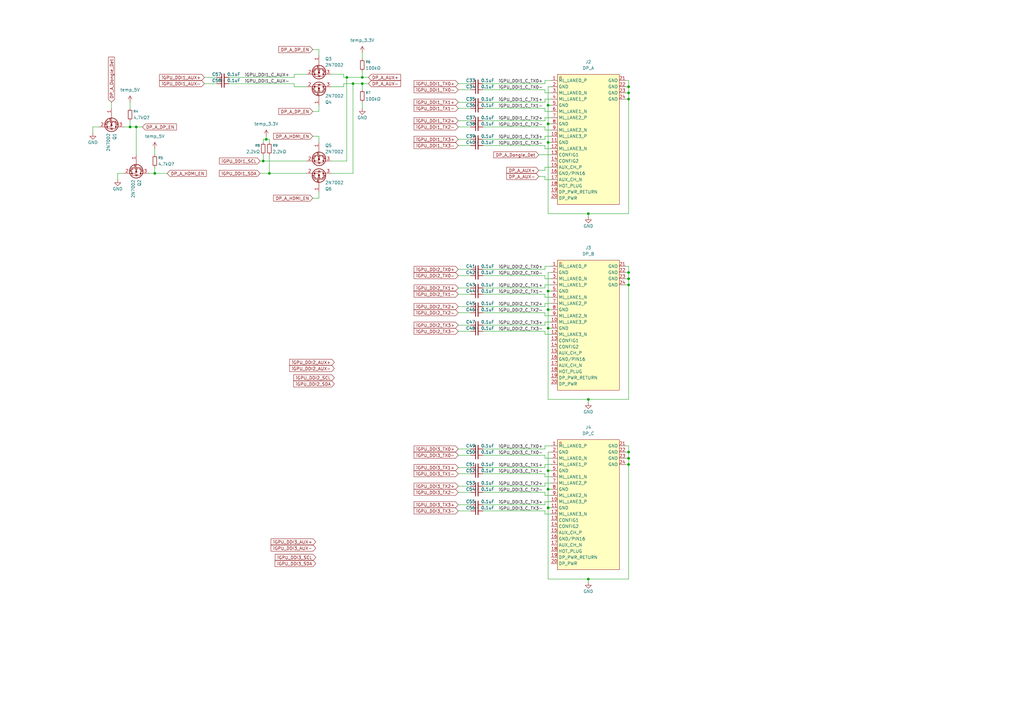
<source format=kicad_sch>
(kicad_sch (version 20250114) (generator "eeschema") (generator_version "9.0")
  (paper "A3")
  (title_block (title "iGPU DP/HDMI outputs") (company "WifiCable"))
  (lib_symbols
    (symbol "A-my-stuff:HYC16-DP20-178"
      (property "Reference" "CN1" (at 2.54 33.02 0))
      (property "Value" "HYC16-DP20-178" (at 2.54 30.48 0))
      (symbol "HYC16-DP20-178_0_1"
        (rectangle (start -10.16 27.94) (end 15.24 -25.4) (fill (type background)))
        (circle (center -8.89 26.67) (radius 0.38))
        (pin unspecified line (at -12.7 25.4 0) (length 2.54) (name "ML_LANE0_P") (number "1"))
        (pin unspecified line (at -12.7 22.86 0) (length 2.54) (name "GND") (number "2"))
        (pin unspecified line (at -12.7 20.32 0) (length 2.54) (name "ML_LANE0_N") (number "3"))
        (pin unspecified line (at -12.7 17.78 0) (length 2.54) (name "ML_LANE1_P") (number "4"))
        (pin unspecified line (at -12.7 15.24 0) (length 2.54) (name "GND") (number "5"))
        (pin unspecified line (at -12.7 12.7 0) (length 2.54) (name "ML_LANE1_N") (number "6"))
        (pin unspecified line (at -12.7 10.16 0) (length 2.54) (name "ML_LANE2_P") (number "7"))
        (pin unspecified line (at -12.7 7.62 0) (length 2.54) (name "GND") (number "8"))
        (pin unspecified line (at -12.7 5.08 0) (length 2.54) (name "ML_LANE2_N") (number "9"))
        (pin unspecified line (at -12.7 2.54 0) (length 2.54) (name "ML_LANE3_P") (number "10"))
        (pin unspecified line (at -12.7 0 0) (length 2.54) (name "GND") (number "11"))
        (pin unspecified line (at -12.7 -2.54 0) (length 2.54) (name "ML_LANE3_N") (number "12"))
        (pin unspecified line (at -12.7 -5.08 0) (length 2.54) (name "CONFIG1") (number "13"))
        (pin unspecified line (at -12.7 -7.62 0) (length 2.54) (name "CONFIG2") (number "14"))
        (pin unspecified line (at -12.7 -10.16 0) (length 2.54) (name "AUX_CH_P") (number "15"))
        (pin unspecified line (at -12.7 -12.7 0) (length 2.54) (name "GND/PIN16") (number "16"))
        (pin unspecified line (at -12.7 -15.24 0) (length 2.54) (name "AUX_CH_N") (number "17"))
        (pin unspecified line (at -12.7 -17.78 0) (length 2.54) (name "HOT_PLUG") (number "18"))
        (pin unspecified line (at -12.7 -20.32 0) (length 2.54) (name "DP_PWR_RETURN") (number "19"))
        (pin unspecified line (at -12.7 -22.86 0) (length 2.54) (name "DP_PWR") (number "20"))
        (pin unspecified line (at 17.78 25.4 180) (length 2.54) (name "GND") (number "21"))
        (pin unspecified line (at 17.78 22.86 180) (length 2.54) (name "GND") (number "22"))
        (pin unspecified line (at 17.78 20.32 180) (length 2.54) (name "GND") (number "23"))
        (pin unspecified line (at 17.78 17.78 180) (length 2.54) (name "GND") (number "24"))
      )
    )
    (symbol "Device:C_Small" (pin_numbers (hide yes)) (pin_names (offset 0.254) (hide yes))
      (property "Reference" "C" (at 0.254 1.778 0))
      (property "Value" "C_Small" (at 0.254 -2.032 0))
      (symbol "C_Small_0_1"
        (polyline (pts (xy -1.524 0.508) (xy 1.524 0.508)) (stroke (width 0.3048)))
        (polyline (pts (xy -1.524 -0.508) (xy 1.524 -0.508)) (stroke (width 0.3302)))
      )
      (symbol "C_Small_1_1"
        (pin passive line (at 0 2.54 270) (length 2.032) (name "~") (number "1"))
        (pin passive line (at 0 -2.54 90) (length 2.032) (name "~") (number "2"))
      )
    )
    (symbol "Device:R_Small" (pin_numbers (hide yes)) (pin_names (offset 0.254) (hide yes))
      (property "Reference" "R" (at 0 0 90))
      (property "Value" "R_Small" (at 1.778 0 90))
      (symbol "R_Small_0_1"
        (rectangle (start -0.762 1.778) (end 0.762 -1.778) (stroke (width 0.2032)))
      )
      (symbol "R_Small_1_1"
        (pin passive line (at 0 2.54 270) (length 0.762) (name "~") (number "1"))
        (pin passive line (at 0 -2.54 90) (length 0.762) (name "~") (number "2"))
      )
    )
    (symbol "Transistor_FET:2N7002" (pin_names (hide yes))
      (property "Reference" "Q1" (at 6.35 1.2701 0))
      (property "Value" "2N7002" (at 6.35 -1.2699 0))
      (symbol "2N7002_0_1"
        (polyline (pts (xy 0.254 1.905) (xy 0.254 -1.905)) (stroke (width 0.254)))
        (polyline (pts (xy 0.254 0) (xy -2.54 0)))
        (polyline (pts (xy 0.762 2.286) (xy 0.762 1.27)) (stroke (width 0.254)))
        (polyline (pts (xy 0.762 0.508) (xy 0.762 -0.508)) (stroke (width 0.254)))
        (polyline (pts (xy 0.762 -1.27) (xy 0.762 -2.286)) (stroke (width 0.254)))
        (polyline (pts (xy 0.762 -1.778) (xy 3.302 -1.778) (xy 3.302 1.778) (xy 0.762 1.778)))
        (polyline (pts (xy 1.016 0) (xy 2.032 0.381) (xy 2.032 -0.381) (xy 1.016 0)) (fill (type outline)))
        (circle (center 1.651 0) (radius 2.794) (stroke (width 0.254)))
        (polyline (pts (xy 2.54 2.54) (xy 2.54 1.778)))
        (circle (center 2.54 1.778) (radius 0.254) (fill (type outline)))
        (circle (center 2.54 -1.778) (radius 0.254) (fill (type outline)))
        (polyline (pts (xy 2.54 -2.54) (xy 2.54 0) (xy 0.762 0)))
        (polyline (pts (xy 2.794 0.508) (xy 2.921 0.381) (xy 3.683 0.381) (xy 3.81 0.254)))
        (polyline (pts (xy 3.302 0.381) (xy 2.921 -0.254) (xy 3.683 -0.254) (xy 3.302 0.381)))
      )
      (symbol "2N7002_1_1"
        (text "G" (at -0.508 -0.508 900) (effects (font (size 0.635 0.635))))
        (text "D" (at 1.524 2.286 900) (effects (font (size 0.635 0.635))))
        (text "S" (at 1.524 -2.286 900) (effects (font (size 0.635 0.635))))
        (pin input line (at -5.08 0 0) (length 2.54) (name "G") (number "1"))
        (pin passive line (at 2.54 5.08 270) (length 2.54) (name "D") (number "3"))
        (pin passive line (at 2.54 -5.08 90) (length 2.54) (name "S") (number "2"))
      )
    )
    (symbol "power:+5V" (power) (pin_numbers (hide yes)) (pin_names (offset 0) (hide yes))
      (property "Value" "+5V" (at 0 3.556 0))
      (symbol "+5V_0_1"
        (polyline (pts (xy -0.762 1.27) (xy 0 2.54)))
        (polyline (pts (xy 0 2.54) (xy 0.762 1.27)))
        (polyline (pts (xy 0 0) (xy 0 2.54)))
      )
      (symbol "+5V_1_1"
        (pin power_in line (at 0 0 90) (length 0) (name "~") (number "1"))
      )
    )
    (symbol "power:GND" (power) (pin_numbers (hide yes)) (pin_names (offset 0) (hide yes))
      (property "Value" "GND" (at 0 -3.81 0))
      (symbol "GND_0_1"
        (polyline (pts (xy 0 0) (xy 0 -1.27) (xy 1.27 -1.27) (xy 0 -2.54) (xy -1.27 -1.27) (xy 0 -1.27)))
      )
      (symbol "GND_1_1"
        (pin power_in line (at 0 0 270) (length 0) (name "~") (number "1"))
      )
    )
  )
  (junction (at 144.78 34.29))
  (junction (at 257.81 114.3))
  (junction (at 109.22 57.15))
  (junction (at 257.81 111.76))
  (junction (at 241.3 237.49))
  (junction (at 257.81 38.1))
  (junction (at 224.79 200.66))
  (junction (at 224.79 208.28))
  (junction (at 257.81 35.56))
  (junction (at 224.79 50.8))
  (junction (at 257.81 185.42))
  (junction (at 241.3 87.63))
  (junction (at 224.79 134.62))
  (junction (at 224.79 127))
  (junction (at 148.59 34.29))
  (junction (at 257.81 187.96))
  (junction (at 257.81 190.5))
  (junction (at 224.79 193.04))
  (junction (at 107.95 66.04))
  (junction (at 257.81 40.64))
  (junction (at 148.59 31.75))
  (junction (at 224.79 119.38))
  (junction (at 53.34 52.07))
  (junction (at 63.5 71.12))
  (junction (at 110.49 71.12))
  (junction (at 224.79 58.42))
  (junction (at 257.81 116.84))
  (junction (at 55.88 52.07))
  (junction (at 241.3 163.83))
  (junction (at 142.24 31.75))
  (junction (at 224.79 43.18))
  (wire (pts (xy 187.96 133.35) (xy 193.04 133.35)))
  (wire (pts (xy 223.52 190.5) (xy 223.52 191.77)))
  (wire (pts (xy 55.88 52.07) (xy 58.42 52.07)))
  (wire (pts (xy 106.68 66.04) (xy 107.95 66.04)))
  (wire (pts (xy 198.12 49.53) (xy 223.52 49.53)))
  (wire (pts (xy 187.96 113.03) (xy 193.04 113.03)))
  (wire (pts (xy 223.52 124.46) (xy 223.52 125.73)))
  (wire (pts (xy 130.81 78.74) (xy 130.81 81.28)))
  (wire (pts (xy 257.81 33.02) (xy 257.81 35.56)))
  (wire (pts (xy 257.81 190.5) (xy 257.81 237.49)))
  (wire (pts (xy 120.65 30.48) (xy 120.65 31.75)))
  (wire (pts (xy 107.95 66.04) (xy 125.73 66.04)))
  (wire (pts (xy 198.12 125.73) (xy 223.52 125.73)))
  (wire (pts (xy 224.79 43.18) (xy 226.06 43.18)))
  (wire (pts (xy 107.95 57.15) (xy 107.95 58.42)))
  (wire (pts (xy 224.79 134.62) (xy 226.06 134.62)))
  (wire (pts (xy 257.81 185.42) (xy 257.81 187.96)))
  (wire (pts (xy 140.97 31.75) (xy 142.24 31.75)))
  (wire (pts (xy 257.81 114.3) (xy 257.81 116.84)))
  (wire (pts (xy 224.79 163.83) (xy 241.3 163.83)))
  (wire (pts (xy 224.79 50.8) (xy 224.79 58.42)))
  (wire (pts (xy 223.52 195.58) (xy 226.06 195.58)))
  (wire (pts (xy 63.5 60.96) (xy 63.5 63.5)))
  (wire (pts (xy 241.3 87.63) (xy 241.3 88.9)))
  (wire (pts (xy 140.97 30.48) (xy 140.97 31.75)))
  (wire (pts (xy 256.54 33.02) (xy 257.81 33.02)))
  (wire (pts (xy 256.54 114.3) (xy 257.81 114.3)))
  (wire (pts (xy 187.96 49.53) (xy 193.04 49.53)))
  (wire (pts (xy 223.52 201.93) (xy 223.52 203.2)))
  (wire (pts (xy 224.79 200.66) (xy 224.79 208.28)))
  (wire (pts (xy 224.79 185.42) (xy 224.79 193.04)))
  (wire (pts (xy 106.68 71.12) (xy 110.49 71.12)))
  (wire (pts (xy 223.52 52.07) (xy 223.52 53.34)))
  (wire (pts (xy 223.52 44.45) (xy 223.52 45.72)))
  (wire (pts (xy 135.89 66.04) (xy 142.24 66.04)))
  (wire (pts (xy 148.59 31.75) (xy 151.13 31.75)))
  (wire (pts (xy 223.52 33.02) (xy 226.06 33.02)))
  (wire (pts (xy 55.88 52.07) (xy 55.88 63.5)))
  (wire (pts (xy 257.81 109.22) (xy 257.81 111.76)))
  (wire (pts (xy 148.59 41.91) (xy 148.59 44.45)))
  (wire (pts (xy 187.96 191.77) (xy 193.04 191.77)))
  (wire (pts (xy 224.79 193.04) (xy 226.06 193.04)))
  (wire (pts (xy 257.81 35.56) (xy 257.81 38.1)))
  (wire (pts (xy 198.12 209.55) (xy 223.52 209.55)))
  (wire (pts (xy 144.78 34.29) (xy 144.78 71.12)))
  (wire (pts (xy 83.82 34.29) (xy 88.9 34.29)))
  (wire (pts (xy 223.52 137.16) (xy 226.06 137.16)))
  (wire (pts (xy 224.79 185.42) (xy 226.06 185.42)))
  (wire (pts (xy 223.52 186.69) (xy 223.52 187.96)))
  (wire (pts (xy 256.54 111.76) (xy 257.81 111.76)))
  (wire (pts (xy 187.96 125.73) (xy 193.04 125.73)))
  (wire (pts (xy 224.79 43.18) (xy 224.79 50.8)))
  (wire (pts (xy 198.12 201.93) (xy 223.52 201.93)))
  (wire (pts (xy 142.24 31.75) (xy 148.59 31.75)))
  (wire (pts (xy 223.52 33.02) (xy 223.52 34.29)))
  (wire (pts (xy 198.12 199.39) (xy 223.52 199.39)))
  (wire (pts (xy 223.52 113.03) (xy 223.52 114.3)))
  (wire (pts (xy 187.96 201.93) (xy 193.04 201.93)))
  (wire (pts (xy 224.79 35.56) (xy 226.06 35.56)))
  (wire (pts (xy 257.81 187.96) (xy 257.81 190.5)))
  (wire (pts (xy 140.97 34.29) (xy 140.97 35.56)))
  (wire (pts (xy 220.98 63.5) (xy 226.06 63.5)))
  (wire (pts (xy 223.52 205.74) (xy 223.52 207.01)))
  (wire (pts (xy 224.79 50.8) (xy 226.06 50.8)))
  (wire (pts (xy 223.52 68.58) (xy 226.06 68.58)))
  (wire (pts (xy 224.79 111.76) (xy 226.06 111.76)))
  (wire (pts (xy 198.12 41.91) (xy 223.52 41.91)))
  (wire (pts (xy 187.96 52.07) (xy 193.04 52.07)))
  (wire (pts (xy 223.52 116.84) (xy 226.06 116.84)))
  (wire (pts (xy 220.98 72.39) (xy 223.52 72.39)))
  (wire (pts (xy 257.81 116.84) (xy 257.81 163.83)))
  (wire (pts (xy 256.54 38.1) (xy 257.81 38.1)))
  (wire (pts (xy 110.49 57.15) (xy 110.49 58.42)))
  (wire (pts (xy 223.52 72.39) (xy 223.52 73.66)))
  (wire (pts (xy 187.96 184.15) (xy 193.04 184.15)))
  (wire (pts (xy 187.96 135.89) (xy 193.04 135.89)))
  (wire (pts (xy 257.81 182.88) (xy 257.81 185.42)))
  (wire (pts (xy 187.96 57.15) (xy 193.04 57.15)))
  (wire (pts (xy 187.96 199.39) (xy 193.04 199.39)))
  (wire (pts (xy 223.52 190.5) (xy 226.06 190.5)))
  (wire (pts (xy 130.81 43.18) (xy 130.81 45.72)))
  (wire (pts (xy 223.52 36.83) (xy 223.52 38.1)))
  (wire (pts (xy 93.98 31.75) (xy 120.65 31.75)))
  (wire (pts (xy 224.79 134.62) (xy 224.79 163.83)))
  (wire (pts (xy 223.52 38.1) (xy 226.06 38.1)))
  (wire (pts (xy 241.3 237.49) (xy 257.81 237.49)))
  (wire (pts (xy 93.98 34.29) (xy 120.65 34.29)))
  (wire (pts (xy 198.12 207.01) (xy 223.52 207.01)))
  (wire (pts (xy 198.12 135.89) (xy 223.52 135.89)))
  (wire (pts (xy 224.79 111.76) (xy 224.79 119.38)))
  (wire (pts (xy 38.1 52.07) (xy 38.1 54.61)))
  (wire (pts (xy 223.52 114.3) (xy 226.06 114.3)))
  (wire (pts (xy 223.52 210.82) (xy 226.06 210.82)))
  (wire (pts (xy 198.12 110.49) (xy 223.52 110.49)))
  (wire (pts (xy 241.3 163.83) (xy 257.81 163.83)))
  (wire (pts (xy 223.52 132.08) (xy 223.52 133.35)))
  (wire (pts (xy 107.95 63.5) (xy 107.95 66.04)))
  (wire (pts (xy 187.96 110.49) (xy 193.04 110.49)))
  (wire (pts (xy 53.34 41.91) (xy 53.34 44.45)))
  (wire (pts (xy 107.95 57.15) (xy 109.22 57.15)))
  (wire (pts (xy 256.54 35.56) (xy 257.81 35.56)))
  (wire (pts (xy 187.96 209.55) (xy 193.04 209.55)))
  (wire (pts (xy 128.27 81.28) (xy 130.81 81.28)))
  (wire (pts (xy 63.5 68.58) (xy 63.5 71.12)))
  (wire (pts (xy 223.52 116.84) (xy 223.52 118.11)))
  (wire (pts (xy 148.59 29.21) (xy 148.59 31.75)))
  (wire (pts (xy 223.52 135.89) (xy 223.52 137.16)))
  (wire (pts (xy 223.52 124.46) (xy 226.06 124.46)))
  (wire (pts (xy 60.96 71.12) (xy 63.5 71.12)))
  (wire (pts (xy 223.52 55.88) (xy 223.52 57.15)))
  (wire (pts (xy 187.96 44.45) (xy 193.04 44.45)))
  (wire (pts (xy 223.52 182.88) (xy 226.06 182.88)))
  (wire (pts (xy 256.54 190.5) (xy 257.81 190.5)))
  (wire (pts (xy 223.52 68.58) (xy 223.52 69.85)))
  (wire (pts (xy 198.12 194.31) (xy 223.52 194.31)))
  (wire (pts (xy 223.52 73.66) (xy 226.06 73.66)))
  (wire (pts (xy 53.34 52.07) (xy 55.88 52.07)))
  (wire (pts (xy 83.82 31.75) (xy 88.9 31.75)))
  (wire (pts (xy 45.72 41.91) (xy 45.72 44.45)))
  (wire (pts (xy 256.54 40.64) (xy 257.81 40.64)))
  (wire (pts (xy 224.79 193.04) (xy 224.79 200.66)))
  (wire (pts (xy 223.52 132.08) (xy 226.06 132.08)))
  (wire (pts (xy 223.52 40.64) (xy 223.52 41.91)))
  (wire (pts (xy 223.52 198.12) (xy 223.52 199.39)))
  (wire (pts (xy 224.79 119.38) (xy 226.06 119.38)))
  (wire (pts (xy 50.8 52.07) (xy 53.34 52.07)))
  (wire (pts (xy 198.12 36.83) (xy 223.52 36.83)))
  (wire (pts (xy 148.59 34.29) (xy 148.59 36.83)))
  (wire (pts (xy 223.52 128.27) (xy 223.52 129.54)))
  (wire (pts (xy 256.54 116.84) (xy 257.81 116.84)))
  (wire (pts (xy 224.79 87.63) (xy 241.3 87.63)))
  (wire (pts (xy 198.12 59.69) (xy 223.52 59.69)))
  (wire (pts (xy 223.52 40.64) (xy 226.06 40.64)))
  (wire (pts (xy 223.52 109.22) (xy 226.06 109.22)))
  (wire (pts (xy 63.5 71.12) (xy 68.58 71.12)))
  (wire (pts (xy 220.98 69.85) (xy 223.52 69.85)))
  (wire (pts (xy 110.49 71.12) (xy 125.73 71.12)))
  (wire (pts (xy 109.22 57.15) (xy 110.49 57.15)))
  (wire (pts (xy 223.52 60.96) (xy 226.06 60.96)))
  (wire (pts (xy 224.79 208.28) (xy 224.79 237.49)))
  (wire (pts (xy 198.12 120.65) (xy 223.52 120.65)))
  (wire (pts (xy 224.79 127) (xy 224.79 134.62)))
  (wire (pts (xy 198.12 186.69) (xy 223.52 186.69)))
  (wire (pts (xy 223.52 129.54) (xy 226.06 129.54)))
  (wire (pts (xy 223.52 205.74) (xy 226.06 205.74)))
  (wire (pts (xy 187.96 34.29) (xy 193.04 34.29)))
  (wire (pts (xy 148.59 34.29) (xy 151.13 34.29)))
  (wire (pts (xy 187.96 36.83) (xy 193.04 36.83)))
  (wire (pts (xy 241.3 87.63) (xy 257.81 87.63)))
  (wire (pts (xy 198.12 133.35) (xy 223.52 133.35)))
  (wire (pts (xy 224.79 208.28) (xy 226.06 208.28)))
  (wire (pts (xy 223.52 198.12) (xy 226.06 198.12)))
  (wire (pts (xy 187.96 194.31) (xy 193.04 194.31)))
  (wire (pts (xy 224.79 127) (xy 226.06 127)))
  (wire (pts (xy 120.65 34.29) (xy 120.65 35.56)))
  (wire (pts (xy 109.22 55.88) (xy 109.22 57.15)))
  (wire (pts (xy 198.12 191.77) (xy 223.52 191.77)))
  (wire (pts (xy 223.52 209.55) (xy 223.52 210.82)))
  (wire (pts (xy 38.1 52.07) (xy 40.64 52.07)))
  (wire (pts (xy 224.79 119.38) (xy 224.79 127)))
  (wire (pts (xy 224.79 35.56) (xy 224.79 43.18)))
  (wire (pts (xy 142.24 31.75) (xy 142.24 66.04)))
  (wire (pts (xy 198.12 57.15) (xy 223.52 57.15)))
  (wire (pts (xy 223.52 48.26) (xy 223.52 49.53)))
  (wire (pts (xy 198.12 34.29) (xy 223.52 34.29)))
  (wire (pts (xy 241.3 163.83) (xy 241.3 165.1)))
  (wire (pts (xy 110.49 63.5) (xy 110.49 71.12)))
  (wire (pts (xy 148.59 21.59) (xy 148.59 24.13)))
  (wire (pts (xy 256.54 109.22) (xy 257.81 109.22)))
  (wire (pts (xy 128.27 55.88) (xy 130.81 55.88)))
  (wire (pts (xy 187.96 186.69) (xy 193.04 186.69)))
  (wire (pts (xy 223.52 48.26) (xy 226.06 48.26)))
  (wire (pts (xy 223.52 121.92) (xy 226.06 121.92)))
  (wire (pts (xy 257.81 40.64) (xy 257.81 87.63)))
  (wire (pts (xy 223.52 187.96) (xy 226.06 187.96)))
  (wire (pts (xy 187.96 41.91) (xy 193.04 41.91)))
  (wire (pts (xy 53.34 49.53) (xy 53.34 52.07)))
  (wire (pts (xy 144.78 34.29) (xy 148.59 34.29)))
  (wire (pts (xy 223.52 53.34) (xy 226.06 53.34)))
  (wire (pts (xy 130.81 20.32) (xy 128.27 20.32)))
  (wire (pts (xy 223.52 182.88) (xy 223.52 184.15)))
  (wire (pts (xy 198.12 113.03) (xy 223.52 113.03)))
  (wire (pts (xy 224.79 237.49) (xy 241.3 237.49)))
  (wire (pts (xy 198.12 128.27) (xy 223.52 128.27)))
  (wire (pts (xy 130.81 20.32) (xy 130.81 22.86)))
  (wire (pts (xy 130.81 45.72) (xy 128.27 45.72)))
  (wire (pts (xy 187.96 120.65) (xy 193.04 120.65)))
  (wire (pts (xy 241.3 237.49) (xy 241.3 238.76)))
  (wire (pts (xy 140.97 34.29) (xy 144.78 34.29)))
  (wire (pts (xy 224.79 58.42) (xy 224.79 87.63)))
  (wire (pts (xy 187.96 128.27) (xy 193.04 128.27)))
  (wire (pts (xy 224.79 58.42) (xy 226.06 58.42)))
  (wire (pts (xy 256.54 182.88) (xy 257.81 182.88)))
  (wire (pts (xy 120.65 30.48) (xy 125.73 30.48)))
  (wire (pts (xy 187.96 207.01) (xy 193.04 207.01)))
  (wire (pts (xy 130.81 55.88) (xy 130.81 58.42)))
  (wire (pts (xy 257.81 111.76) (xy 257.81 114.3)))
  (wire (pts (xy 223.52 55.88) (xy 226.06 55.88)))
  (wire (pts (xy 223.52 194.31) (xy 223.52 195.58)))
  (wire (pts (xy 48.26 71.12) (xy 50.8 71.12)))
  (wire (pts (xy 120.65 35.56) (xy 125.73 35.56)))
  (wire (pts (xy 257.81 38.1) (xy 257.81 40.64)))
  (wire (pts (xy 198.12 52.07) (xy 223.52 52.07)))
  (wire (pts (xy 135.89 71.12) (xy 144.78 71.12)))
  (wire (pts (xy 256.54 185.42) (xy 257.81 185.42)))
  (wire (pts (xy 223.52 59.69) (xy 223.52 60.96)))
  (wire (pts (xy 187.96 118.11) (xy 193.04 118.11)))
  (wire (pts (xy 198.12 44.45) (xy 223.52 44.45)))
  (wire (pts (xy 48.26 71.12) (xy 48.26 73.66)))
  (wire (pts (xy 224.79 200.66) (xy 226.06 200.66)))
  (wire (pts (xy 135.89 35.56) (xy 140.97 35.56)))
  (wire (pts (xy 135.89 30.48) (xy 140.97 30.48)))
  (wire (pts (xy 187.96 59.69) (xy 193.04 59.69)))
  (wire (pts (xy 223.52 203.2) (xy 226.06 203.2)))
  (wire (pts (xy 256.54 187.96) (xy 257.81 187.96)))
  (wire (pts (xy 223.52 45.72) (xy 226.06 45.72)))
  (wire (pts (xy 198.12 118.11) (xy 223.52 118.11)))
  (wire (pts (xy 223.52 120.65) (xy 223.52 121.92)))
  (wire (pts (xy 198.12 184.15) (xy 223.52 184.15)))
  (wire (pts (xy 223.52 109.22) (xy 223.52 110.49)))
  (label "iGPU_DDI1_C_TX2-" (at 204.47 52.07 0))
  (label "iGPU_DDI1_C_TX1+" (at 204.47 41.91 0))
  (label "iGPU_DDI3_C_TX0-" (at 204.47 186.69 0))
  (label "iGPU_DDI1_C_TX0-" (at 204.47 36.83 0))
  (label "iGPU_DDI2_C_TX2-" (at 204.47 128.27 0))
  (label "iGPU_DDI1_C_TX3+" (at 204.47 57.15 0))
  (label "iGPU_DDI1_C_TX0+" (at 204.47 34.29 0))
  (label "iGPU_DDI2_C_TX0+" (at 204.47 110.49 0))
  (label "iGPU_DDI2_C_TX1-" (at 204.47 120.65 0))
  (label "iGPU_DDI3_C_TX1+" (at 204.47 191.77 0))
  (label "iGPU_DDI2_C_TX1+" (at 204.47 118.11 0))
  (label "iGPU_DDI3_C_TX0+" (at 204.47 184.15 0))
  (label "iGPU_DDI1_C_AUX+" (at 100.33 31.75 0))
  (label "iGPU_DDI1_C_TX3-" (at 204.47 59.69 0))
  (label "iGPU_DDI3_C_TX2+" (at 204.47 199.39 0))
  (label "iGPU_DDI2_C_TX2+" (at 204.47 125.73 0))
  (label "iGPU_DDI1_C_AUX-" (at 100.33 34.29 0))
  (label "iGPU_DDI2_C_TX0-" (at 204.47 113.03 0))
  (label "iGPU_DDI2_C_TX3+" (at 204.47 133.35 0))
  (label "iGPU_DDI3_C_TX2-" (at 204.47 201.93 0))
  (label "iGPU_DDI2_C_TX3-" (at 204.47 135.89 0))
  (label "iGPU_DDI3_C_TX1-" (at 204.47 194.31 0))
  (label "iGPU_DDI3_C_TX3-" (at 204.47 209.55 0))
  (label "iGPU_DDI3_C_TX3+" (at 204.47 207.01 0))
  (label "iGPU_DDI1_C_TX2+" (at 204.47 49.53 0))
  (label "iGPU_DDI1_C_TX1-" (at 204.47 44.45 0))
  (global_label "iGPU_DDI3_TX2+" (shape input) (at 187.96 199.39 180) (property "Intersheetrefs" "${INTERSHEET_REFS}" (effects (hide yes))))
  (global_label "DP_A_DP_EN" (shape input) (at 128.27 45.72 180) (property "Intersheetrefs" "${INTERSHEET_REFS}" (effects (hide yes))))
  (global_label "iGPU_DDI3_TX2-" (shape input) (at 187.96 201.93 180) (property "Intersheetrefs" "${INTERSHEET_REFS}" (effects (hide yes))))
  (global_label "DP_A_AUX+" (shape input) (at 220.98 69.85 180) (property "Intersheetrefs" "${INTERSHEET_REFS}" (effects (hide yes))))
  (global_label "DP_A_AUX-" (shape input) (at 151.13 34.29 0) (property "Intersheetrefs" "${INTERSHEET_REFS}" (effects (hide yes))))
  (global_label "iGPU_DDI2_AUX+" (shape input) (at 137.16 148.59 180) (property "Intersheetrefs" "${INTERSHEET_REFS}" (effects (hide yes))))
  (global_label "DP_A_HDMI_EN" (shape input) (at 68.58 71.12 0) (property "Intersheetrefs" "${INTERSHEET_REFS}" (effects (hide yes))))
  (global_label "iGPU_DDI1_TX0+" (shape input) (at 187.96 34.29 180) (property "Intersheetrefs" "${INTERSHEET_REFS}" (effects (hide yes))))
  (global_label "iGPU_DDI3_SCL" (shape input) (at 129.54 228.6 180) (property "Intersheetrefs" "${INTERSHEET_REFS}" (effects (hide yes))))
  (global_label "DP_A_DP_EN" (shape input) (at 58.42 52.07 0) (property "Intersheetrefs" "${INTERSHEET_REFS}" (effects (hide yes))))
  (global_label "iGPU_DDI1_TX1+" (shape input) (at 187.96 41.91 180) (property "Intersheetrefs" "${INTERSHEET_REFS}" (effects (hide yes))))
  (global_label "DP_A_HDMI_EN" (shape input) (at 128.27 55.88 180) (property "Intersheetrefs" "${INTERSHEET_REFS}" (effects (hide yes))))
  (global_label "DP_A_AUX-" (shape input) (at 220.98 72.39 180) (property "Intersheetrefs" "${INTERSHEET_REFS}" (effects (hide yes))))
  (global_label "iGPU_DDI3_SDA" (shape input) (at 129.54 231.14 180) (property "Intersheetrefs" "${INTERSHEET_REFS}" (effects (hide yes))))
  (global_label "iGPU_DDI3_AUX-" (shape input) (at 129.54 224.79 180) (property "Intersheetrefs" "${INTERSHEET_REFS}" (effects (hide yes))))
  (global_label "iGPU_DDI2_TX0+" (shape input) (at 187.96 110.49 180) (property "Intersheetrefs" "${INTERSHEET_REFS}" (effects (hide yes))))
  (global_label "iGPU_DDI1_SDA" (shape input) (at 106.68 71.12 180) (property "Intersheetrefs" "${INTERSHEET_REFS}" (effects (hide yes))))
  (global_label "iGPU_DDI2_TX1-" (shape input) (at 187.96 120.65 180) (property "Intersheetrefs" "${INTERSHEET_REFS}" (effects (hide yes))))
  (global_label "iGPU_DDI1_TX2+" (shape input) (at 187.96 49.53 180) (property "Intersheetrefs" "${INTERSHEET_REFS}" (effects (hide yes))))
  (global_label "iGPU_DDI3_TX3+" (shape input) (at 187.96 207.01 180) (property "Intersheetrefs" "${INTERSHEET_REFS}" (effects (hide yes))))
  (global_label "DP_A_AUX+" (shape input) (at 151.13 31.75 0) (property "Intersheetrefs" "${INTERSHEET_REFS}" (effects (hide yes))))
  (global_label "iGPU_DDI1_AUX+" (shape input) (at 83.82 31.75 180) (property "Intersheetrefs" "${INTERSHEET_REFS}" (effects (hide yes))))
  (global_label "iGPU_DDI3_TX0-" (shape input) (at 187.96 186.69 180) (property "Intersheetrefs" "${INTERSHEET_REFS}" (effects (hide yes))))
  (global_label "DP_A_DP_EN" (shape input) (at 128.27 20.32 180) (property "Intersheetrefs" "${INTERSHEET_REFS}" (effects (hide yes))))
  (global_label "iGPU_DDI2_SCL" (shape input) (at 137.16 154.94 180) (property "Intersheetrefs" "${INTERSHEET_REFS}" (effects (hide yes))))
  (global_label "iGPU_DDI1_AUX-" (shape input) (at 83.82 34.29 180) (property "Intersheetrefs" "${INTERSHEET_REFS}" (effects (hide yes))))
  (global_label "iGPU_DDI1_TX1-" (shape input) (at 187.96 44.45 180) (property "Intersheetrefs" "${INTERSHEET_REFS}" (effects (hide yes))))
  (global_label "iGPU_DDI3_TX3-" (shape input) (at 187.96 209.55 180) (property "Intersheetrefs" "${INTERSHEET_REFS}" (effects (hide yes))))
  (global_label "iGPU_DDI1_TX3-" (shape input) (at 187.96 59.69 180) (property "Intersheetrefs" "${INTERSHEET_REFS}" (effects (hide yes))))
  (global_label "iGPU_DDI2_TX3-" (shape input) (at 187.96 135.89 180) (property "Intersheetrefs" "${INTERSHEET_REFS}" (effects (hide yes))))
  (global_label "iGPU_DDI2_TX0-" (shape input) (at 187.96 113.03 180) (property "Intersheetrefs" "${INTERSHEET_REFS}" (effects (hide yes))))
  (global_label "iGPU_DDI3_TX1-" (shape input) (at 187.96 194.31 180) (property "Intersheetrefs" "${INTERSHEET_REFS}" (effects (hide yes))))
  (global_label "iGPU_DDI1_TX2-" (shape input) (at 187.96 52.07 180) (property "Intersheetrefs" "${INTERSHEET_REFS}" (effects (hide yes))))
  (global_label "iGPU_DDI3_TX0+" (shape input) (at 187.96 184.15 180) (property "Intersheetrefs" "${INTERSHEET_REFS}" (effects (hide yes))))
  (global_label "iGPU_DDI2_TX3+" (shape input) (at 187.96 133.35 180) (property "Intersheetrefs" "${INTERSHEET_REFS}" (effects (hide yes))))
  (global_label "iGPU_DDI3_AUX+" (shape input) (at 129.54 222.25 180) (property "Intersheetrefs" "${INTERSHEET_REFS}" (effects (hide yes))))
  (global_label "iGPU_DDI2_TX2-" (shape input) (at 187.96 128.27 180) (property "Intersheetrefs" "${INTERSHEET_REFS}" (effects (hide yes))))
  (global_label "iGPU_DDI2_AUX-" (shape input) (at 137.16 151.13 180) (property "Intersheetrefs" "${INTERSHEET_REFS}" (effects (hide yes))))
  (global_label "iGPU_DDI2_TX1+" (shape input) (at 187.96 118.11 180) (property "Intersheetrefs" "${INTERSHEET_REFS}" (effects (hide yes))))
  (global_label "DP_A_HDMI_EN" (shape input) (at 128.27 81.28 180) (property "Intersheetrefs" "${INTERSHEET_REFS}" (effects (hide yes))))
  (global_label "iGPU_DDI1_TX3+" (shape input) (at 187.96 57.15 180) (property "Intersheetrefs" "${INTERSHEET_REFS}" (effects (hide yes))))
  (global_label "iGPU_DDI1_TX0-" (shape input) (at 187.96 36.83 180) (property "Intersheetrefs" "${INTERSHEET_REFS}" (effects (hide yes))))
  (global_label "iGPU_DDI2_SDA" (shape input) (at 137.16 157.48 180) (property "Intersheetrefs" "${INTERSHEET_REFS}" (effects (hide yes))))
  (global_label "iGPU_DDI3_TX1+" (shape input) (at 187.96 191.77 180) (property "Intersheetrefs" "${INTERSHEET_REFS}" (effects (hide yes))))
  (global_label "iGPU_DDI1_SCL" (shape input) (at 106.68 66.04 180) (property "Intersheetrefs" "${INTERSHEET_REFS}" (effects (hide yes))))
  (global_label "iGPU_DDI2_TX2+" (shape input) (at 187.96 125.73 180) (property "Intersheetrefs" "${INTERSHEET_REFS}" (effects (hide yes))))
  (global_label "DP_A_Dongle_Det" (shape input) (at 45.72 41.91 90) (property "Intersheetrefs" "${INTERSHEET_REFS}" (effects (hide yes))))
  (global_label "DP_A_Dongle_Det" (shape input) (at 220.98 63.5 180) (property "Intersheetrefs" "${INTERSHEET_REFS}" (effects (hide yes))))
  (symbol (lib_id "A-my-stuff:HYC16-DP20-178") (at 238.76 134.62 0) (unit 1)
    (property "Reference" "J3" (at 241.3 101.6 0))
    (property "Value" "DP_B" (at 241.3 104.14 0))
    (property "Footprint" "A-my-stuff:DP-SMD_HYC16-DP20-178" (effects (hide yes)))
    (property "Datasheet" "https://lcsc.com/product-detail/Audio-Video-Connectors_HOAUC-HYC16-DP20-178_C711350.html" (effects (hide yes)))
    (property "Manufacturer" "HOAUC" (effects (hide yes)))
    (property "LCSC Part" "C711350" (effects (hide yes)))
    (property "JLC Part" "Extended Part" (effects (hide yes)))
  )
  (symbol (lib_id "Device:R_Small") (at 110.49 60.96 0) (unit 1)
    (property "Reference" "R9" (at 111.76 59.69 0) (effects (font (size 1.016 1.016)) (justify left)))
    (property "Value" "2.2kΩ" (at 111.76 62.23 0) (effects (justify left)))
    (property "Footprint" "Resistor_SMD:R_0402_1005Metric" (effects (hide yes)))
    (property "Description" "Resistor, small symbol" (effects (hide yes)))
  )
  (symbol (lib_id "power:GND") (at 48.26 73.66 0) (unit 1)
    (property "Reference" "#PWR026" (effects (hide yes)))
    (property "Value" "GND" (at 48.26 77.47 0))
    (property "Description" "Power symbol creates a global label with name \"GND\" , ground" (effects (hide yes)))
  )
  (symbol (lib_id "power:GND") (at 148.59 44.45 0) (unit 1)
    (property "Reference" "#PWR029" (effects (hide yes)))
    (property "Value" "GND" (at 148.59 48.26 0))
    (property "Description" "Power symbol creates a global label with name \"GND\" , ground" (effects (hide yes)))
  )
  (symbol (lib_id "power:GND") (at 241.3 165.1 0) (unit 1)
    (property "Reference" "#PWR023" (effects (hide yes)))
    (property "Value" "GND" (at 241.3 168.91 0))
    (property "Description" "Power symbol creates a global label with name \"GND\" , ground" (effects (hide yes)))
  )
  (symbol (lib_id "power:+5V") (at 148.59 21.59 0) (unit 1)
    (property "Reference" "#PWR030" (effects (hide yes)))
    (property "Value" "temp_3.3V" (at 148.59 16.51 0))
    (property "Description" "Power symbol creates a global label with name \"+5V\"" (effects (hide yes)))
  )
  (symbol (lib_id "Device:C_Small") (at 91.44 34.29 90) (unit 1)
    (property "Reference" "C58" (at 88.9 33.02 90))
    (property "Value" "0.1uF" (at 95.885 33.02 90))
    (property "Footprint" "Capacitor_SMD:C_0402_1005Metric" (effects (hide yes)))
    (property "Description" "Unpolarized capacitor, small symbol" (effects (hide yes)))
  )
  (symbol (lib_id "Device:C_Small") (at 195.58 44.45 90) (unit 1)
    (property "Reference" "C36" (at 193.04 43.18 90))
    (property "Value" "0.1uF" (at 200.025 43.18 90))
    (property "Footprint" "Capacitor_SMD:C_0402_1005Metric" (effects (hide yes)))
    (property "Description" "Unpolarized capacitor, small symbol" (effects (hide yes)))
  )
  (symbol (lib_id "Device:C_Small") (at 195.58 118.11 90) (unit 1)
    (property "Reference" "C43" (at 193.04 116.84 90))
    (property "Value" "0.1uF" (at 200.025 116.84 90))
    (property "Footprint" "Capacitor_SMD:C_0402_1005Metric" (effects (hide yes)))
    (property "Description" "Unpolarized capacitor, small symbol" (effects (hide yes)))
  )
  (symbol (lib_id "Device:C_Small") (at 195.58 120.65 90) (unit 1)
    (property "Reference" "C44" (at 193.04 119.38 90))
    (property "Value" "0.1uF" (at 200.025 119.38 90))
    (property "Footprint" "Capacitor_SMD:C_0402_1005Metric" (effects (hide yes)))
    (property "Description" "Unpolarized capacitor, small symbol" (effects (hide yes)))
  )
  (symbol (lib_id "Device:R_Small") (at 107.95 60.96 0) (mirror y) (unit 1)
    (property "Reference" "R8" (at 106.68 59.69 0) (effects (font (size 1.016 1.016)) (justify left)))
    (property "Value" "2.2kΩ" (at 106.68 62.23 0) (effects (justify left)))
    (property "Footprint" "Resistor_SMD:R_0402_1005Metric" (effects (hide yes)))
    (property "Description" "Resistor, small symbol" (effects (hide yes)))
  )
  (symbol (lib_id "Device:C_Small") (at 195.58 191.77 90) (unit 1)
    (property "Reference" "C51" (at 193.04 190.5 90))
    (property "Value" "0.1uF" (at 200.025 190.5 90))
    (property "Footprint" "Capacitor_SMD:C_0402_1005Metric" (effects (hide yes)))
    (property "Description" "Unpolarized capacitor, small symbol" (effects (hide yes)))
  )
  (symbol (lib_id "Device:C_Small") (at 195.58 194.31 90) (unit 1)
    (property "Reference" "C52" (at 193.04 193.04 90))
    (property "Value" "0.1uF" (at 200.025 193.04 90))
    (property "Footprint" "Capacitor_SMD:C_0402_1005Metric" (effects (hide yes)))
    (property "Description" "Unpolarized capacitor, small symbol" (effects (hide yes)))
  )
  (symbol (lib_id "Device:C_Small") (at 195.58 184.15 90) (unit 1)
    (property "Reference" "C49" (at 193.04 182.88 90))
    (property "Value" "0.1uF" (at 200.025 182.88 90))
    (property "Footprint" "Capacitor_SMD:C_0402_1005Metric" (effects (hide yes)))
    (property "Description" "Unpolarized capacitor, small symbol" (effects (hide yes)))
  )
  (symbol (lib_id "Transistor_FET:2N7002") (at 130.81 27.94 270) (unit 1)
    (property "Reference" "Q3" (at 133.35 24.13 90) (effects (justify left)))
    (property "Value" "2N7002" (at 133.35 26.67 90) (effects (justify left)))
    (property "Footprint" "Package_TO_SOT_SMD:SOT-23" (effects (hide yes)))
    (property "Datasheet" "https://www.onsemi.com/pub/Collateral/NDS7002A-D.PDF" (effects (hide yes)))
    (property "Description" "0.115A Id, 60V Vds, N-Channel MOSFET, SOT-23" (effects (hide yes)))
  )
  (symbol (lib_id "Device:C_Small") (at 195.58 209.55 90) (unit 1)
    (property "Reference" "C56" (at 193.04 208.28 90))
    (property "Value" "0.1uF" (at 200.025 208.28 90))
    (property "Footprint" "Capacitor_SMD:C_0402_1005Metric" (effects (hide yes)))
    (property "Description" "Unpolarized capacitor, small symbol" (effects (hide yes)))
  )
  (symbol (lib_id "Transistor_FET:2N7002") (at 130.81 38.1 270) (mirror x) (unit 1)
    (property "Reference" "Q4" (at 133.35 41.91 90) (effects (justify left)))
    (property "Value" "2N7002" (at 133.35 39.37 90) (effects (justify left)))
    (property "Footprint" "Package_TO_SOT_SMD:SOT-23" (effects (hide yes)))
    (property "Datasheet" "https://www.onsemi.com/pub/Collateral/NDS7002A-D.PDF" (effects (hide yes)))
    (property "Description" "0.115A Id, 60V Vds, N-Channel MOSFET, SOT-23" (effects (hide yes)))
  )
  (symbol (lib_id "Device:R_Small") (at 53.34 46.99 0) (unit 1)
    (property "Reference" "R4" (at 54.61 45.72 0) (effects (font (size 1.016 1.016)) (justify left)))
    (property "Value" "4.7kΩ?" (at 54.61 48.26 0) (effects (justify left)))
    (property "Footprint" "Resistor_SMD:R_0402_1005Metric" (effects (hide yes)))
    (property "Description" "Resistor, small symbol" (effects (hide yes)))
  )
  (symbol (lib_id "Device:C_Small") (at 195.58 36.83 90) (unit 1)
    (property "Reference" "C34" (at 193.04 35.56 90))
    (property "Value" "0.1uF" (at 200.025 35.56 90))
    (property "Footprint" "Capacitor_SMD:C_0402_1005Metric" (effects (hide yes)))
    (property "Description" "Unpolarized capacitor, small symbol" (effects (hide yes)))
  )
  (symbol (lib_id "Device:C_Small") (at 195.58 186.69 90) (unit 1)
    (property "Reference" "C50" (at 193.04 185.42 90))
    (property "Value" "0.1uF" (at 200.025 185.42 90))
    (property "Footprint" "Capacitor_SMD:C_0402_1005Metric" (effects (hide yes)))
    (property "Description" "Unpolarized capacitor, small symbol" (effects (hide yes)))
  )
  (symbol (lib_id "Transistor_FET:2N7002") (at 130.81 73.66 270) (mirror x) (unit 1)
    (property "Reference" "Q6" (at 133.35 77.47 90) (effects (justify left)))
    (property "Value" "2N7002" (at 133.35 74.93 90) (effects (justify left)))
    (property "Footprint" "Package_TO_SOT_SMD:SOT-23" (effects (hide yes)))
    (property "Datasheet" "https://www.onsemi.com/pub/Collateral/NDS7002A-D.PDF" (effects (hide yes)))
    (property "Description" "0.115A Id, 60V Vds, N-Channel MOSFET, SOT-23" (effects (hide yes)))
  )
  (symbol (lib_id "Transistor_FET:2N7002") (at 45.72 49.53 270) (unit 1)
    (property "Reference" "Q1" (at 46.99 54.61 0) (effects (justify left)))
    (property "Value" "2N7002" (at 44.45 54.61 0) (effects (justify left)))
    (property "Footprint" "Package_TO_SOT_SMD:SOT-23" (effects (hide yes)))
    (property "Datasheet" "https://www.onsemi.com/pub/Collateral/NDS7002A-D.PDF" (effects (hide yes)))
    (property "Description" "0.115A Id, 60V Vds, N-Channel MOSFET, SOT-23" (effects (hide yes)))
  )
  (symbol (lib_id "Transistor_FET:2N7002") (at 55.88 68.58 270) (unit 1)
    (property "Reference" "Q2" (at 57.15 73.66 0) (effects (justify left)))
    (property "Value" "2N7002" (at 54.61 73.66 0) (effects (justify left)))
    (property "Footprint" "Package_TO_SOT_SMD:SOT-23" (effects (hide yes)))
    (property "Datasheet" "https://www.onsemi.com/pub/Collateral/NDS7002A-D.PDF" (effects (hide yes)))
    (property "Description" "0.115A Id, 60V Vds, N-Channel MOSFET, SOT-23" (effects (hide yes)))
  )
  (symbol (lib_id "Device:C_Small") (at 195.58 57.15 90) (unit 1)
    (property "Reference" "C39" (at 193.04 55.88 90))
    (property "Value" "0.1uF" (at 200.025 55.88 90))
    (property "Footprint" "Capacitor_SMD:C_0402_1005Metric" (effects (hide yes)))
    (property "Description" "Unpolarized capacitor, small symbol" (effects (hide yes)))
  )
  (symbol (lib_id "Device:C_Small") (at 195.58 135.89 90) (unit 1)
    (property "Reference" "C48" (at 193.04 134.62 90))
    (property "Value" "0.1uF" (at 200.025 134.62 90))
    (property "Footprint" "Capacitor_SMD:C_0402_1005Metric" (effects (hide yes)))
    (property "Description" "Unpolarized capacitor, small symbol" (effects (hide yes)))
  )
  (symbol (lib_id "power:+5V") (at 109.22 55.88 0) (unit 1)
    (property "Reference" "#PWR031" (effects (hide yes)))
    (property "Value" "temp_3.3V" (at 109.22 50.8 0))
    (property "Description" "Power symbol creates a global label with name \"+5V\"" (effects (hide yes)))
  )
  (symbol (lib_id "Device:C_Small") (at 195.58 125.73 90) (unit 1)
    (property "Reference" "C45" (at 193.04 124.46 90))
    (property "Value" "0.1uF" (at 200.025 124.46 90))
    (property "Footprint" "Capacitor_SMD:C_0402_1005Metric" (effects (hide yes)))
    (property "Description" "Unpolarized capacitor, small symbol" (effects (hide yes)))
  )
  (symbol (lib_id "Device:R_Small") (at 148.59 26.67 0) (unit 1)
    (property "Reference" "R6" (at 149.86 25.4 0) (effects (font (size 1.016 1.016)) (justify left)))
    (property "Value" "100kΩ" (at 149.86 27.94 0) (effects (justify left)))
    (property "Footprint" "Resistor_SMD:R_0402_1005Metric" (effects (hide yes)))
    (property "Description" "Resistor, small symbol" (effects (hide yes)))
  )
  (symbol (lib_id "Device:C_Small") (at 195.58 52.07 90) (unit 1)
    (property "Reference" "C38" (at 193.04 50.8 90))
    (property "Value" "0.1uF" (at 200.025 50.8 90))
    (property "Footprint" "Capacitor_SMD:C_0402_1005Metric" (effects (hide yes)))
    (property "Description" "Unpolarized capacitor, small symbol" (effects (hide yes)))
  )
  (symbol (lib_id "Device:C_Small") (at 195.58 201.93 90) (unit 1)
    (property "Reference" "C54" (at 193.04 200.66 90))
    (property "Value" "0.1uF" (at 200.025 200.66 90))
    (property "Footprint" "Capacitor_SMD:C_0402_1005Metric" (effects (hide yes)))
    (property "Description" "Unpolarized capacitor, small symbol" (effects (hide yes)))
  )
  (symbol (lib_id "Device:R_Small") (at 63.5 66.04 0) (unit 1)
    (property "Reference" "R5" (at 64.77 64.77 0) (effects (font (size 1.016 1.016)) (justify left)))
    (property "Value" "4.7kΩ?" (at 64.77 67.31 0) (effects (justify left)))
    (property "Footprint" "Resistor_SMD:R_0402_1005Metric" (effects (hide yes)))
    (property "Description" "Resistor, small symbol" (effects (hide yes)))
  )
  (symbol (lib_id "Device:C_Small") (at 195.58 128.27 90) (unit 1)
    (property "Reference" "C46" (at 193.04 127 90))
    (property "Value" "0.1uF" (at 200.025 127 90))
    (property "Footprint" "Capacitor_SMD:C_0402_1005Metric" (effects (hide yes)))
    (property "Description" "Unpolarized capacitor, small symbol" (effects (hide yes)))
  )
  (symbol (lib_id "Device:C_Small") (at 195.58 49.53 90) (unit 1)
    (property "Reference" "C37" (at 193.04 48.26 90))
    (property "Value" "0.1uF" (at 200.025 48.26 90))
    (property "Footprint" "Capacitor_SMD:C_0402_1005Metric" (effects (hide yes)))
    (property "Description" "Unpolarized capacitor, small symbol" (effects (hide yes)))
  )
  (symbol (lib_id "Device:R_Small") (at 148.59 39.37 0) (unit 1)
    (property "Reference" "R7" (at 149.86 38.1 0) (effects (font (size 1.016 1.016)) (justify left)))
    (property "Value" "100kΩ" (at 149.86 40.64 0) (effects (justify left)))
    (property "Footprint" "Resistor_SMD:R_0402_1005Metric" (effects (hide yes)))
    (property "Description" "Resistor, small symbol" (effects (hide yes)))
  )
  (symbol (lib_id "Transistor_FET:2N7002") (at 130.81 63.5 270) (unit 1)
    (property "Reference" "Q5" (at 133.35 59.69 90) (effects (justify left)))
    (property "Value" "2N7002" (at 133.35 62.23 90) (effects (justify left)))
    (property "Footprint" "Package_TO_SOT_SMD:SOT-23" (effects (hide yes)))
    (property "Datasheet" "https://www.onsemi.com/pub/Collateral/NDS7002A-D.PDF" (effects (hide yes)))
    (property "Description" "0.115A Id, 60V Vds, N-Channel MOSFET, SOT-23" (effects (hide yes)))
  )
  (symbol (lib_id "power:GND") (at 38.1 54.61 0) (unit 1)
    (property "Reference" "#PWR025" (effects (hide yes)))
    (property "Value" "GND" (at 38.1 58.42 0))
    (property "Description" "Power symbol creates a global label with name \"GND\" , ground" (effects (hide yes)))
  )
  (symbol (lib_id "Device:C_Small") (at 195.58 199.39 90) (unit 1)
    (property "Reference" "C53" (at 193.04 198.12 90))
    (property "Value" "0.1uF" (at 200.025 198.12 90))
    (property "Footprint" "Capacitor_SMD:C_0402_1005Metric" (effects (hide yes)))
    (property "Description" "Unpolarized capacitor, small symbol" (effects (hide yes)))
  )
  (symbol (lib_id "power:+5V") (at 53.34 41.91 0) (unit 1)
    (property "Reference" "#PWR027" (effects (hide yes)))
    (property "Value" "temp_5V" (at 53.34 36.83 0))
    (property "Description" "Power symbol creates a global label with name \"+5V\"" (effects (hide yes)))
  )
  (symbol (lib_id "Device:C_Small") (at 195.58 59.69 90) (unit 1)
    (property "Reference" "C40" (at 193.04 58.42 90))
    (property "Value" "0.1uF" (at 200.025 58.42 90))
    (property "Footprint" "Capacitor_SMD:C_0402_1005Metric" (effects (hide yes)))
    (property "Description" "Unpolarized capacitor, small symbol" (effects (hide yes)))
  )
  (symbol (lib_id "Device:C_Small") (at 195.58 110.49 90) (unit 1)
    (property "Reference" "C41" (at 193.04 109.22 90))
    (property "Value" "0.1uF" (at 200.025 109.22 90))
    (property "Footprint" "Capacitor_SMD:C_0402_1005Metric" (effects (hide yes)))
    (property "Description" "Unpolarized capacitor, small symbol" (effects (hide yes)))
  )
  (symbol (lib_id "Device:C_Small") (at 91.44 31.75 90) (unit 1)
    (property "Reference" "C57" (at 88.9 30.48 90))
    (property "Value" "0.1uF" (at 95.885 30.48 90))
    (property "Footprint" "Capacitor_SMD:C_0402_1005Metric" (effects (hide yes)))
    (property "Description" "Unpolarized capacitor, small symbol" (effects (hide yes)))
  )
  (symbol (lib_id "A-my-stuff:HYC16-DP20-178") (at 238.76 208.28 0) (unit 1)
    (property "Reference" "J4" (at 241.3 175.26 0))
    (property "Value" "DP_C" (at 241.3 177.8 0))
    (property "Footprint" "A-my-stuff:DP-SMD_HYC16-DP20-178" (effects (hide yes)))
    (property "Datasheet" "https://lcsc.com/product-detail/Audio-Video-Connectors_HOAUC-HYC16-DP20-178_C711350.html" (effects (hide yes)))
    (property "Manufacturer" "HOAUC" (effects (hide yes)))
    (property "LCSC Part" "C711350" (effects (hide yes)))
    (property "JLC Part" "Extended Part" (effects (hide yes)))
  )
  (symbol (lib_id "Device:C_Small") (at 195.58 113.03 90) (unit 1)
    (property "Reference" "C42" (at 193.04 111.76 90))
    (property "Value" "0.1uF" (at 200.025 111.76 90))
    (property "Footprint" "Capacitor_SMD:C_0402_1005Metric" (effects (hide yes)))
    (property "Description" "Unpolarized capacitor, small symbol" (effects (hide yes)))
  )
  (symbol (lib_id "Device:C_Small") (at 195.58 41.91 90) (unit 1)
    (property "Reference" "C35" (at 193.04 40.64 90))
    (property "Value" "0.1uF" (at 200.025 40.64 90))
    (property "Footprint" "Capacitor_SMD:C_0402_1005Metric" (effects (hide yes)))
    (property "Description" "Unpolarized capacitor, small symbol" (effects (hide yes)))
  )
  (symbol (lib_id "power:+5V") (at 63.5 60.96 0) (unit 1)
    (property "Reference" "#PWR028" (effects (hide yes)))
    (property "Value" "temp_5V" (at 63.5 55.88 0))
    (property "Description" "Power symbol creates a global label with name \"+5V\"" (effects (hide yes)))
  )
  (symbol (lib_id "power:GND") (at 241.3 88.9 0) (unit 1)
    (property "Reference" "#PWR022" (effects (hide yes)))
    (property "Value" "GND" (at 241.3 92.71 0))
    (property "Description" "Power symbol creates a global label with name \"GND\" , ground" (effects (hide yes)))
  )
  (symbol (lib_id "Device:C_Small") (at 195.58 133.35 90) (unit 1)
    (property "Reference" "C47" (at 193.04 132.08 90))
    (property "Value" "0.1uF" (at 200.025 132.08 90))
    (property "Footprint" "Capacitor_SMD:C_0402_1005Metric" (effects (hide yes)))
    (property "Description" "Unpolarized capacitor, small symbol" (effects (hide yes)))
  )
  (symbol (lib_id "Device:C_Small") (at 195.58 207.01 90) (unit 1)
    (property "Reference" "C55" (at 193.04 205.74 90))
    (property "Value" "0.1uF" (at 200.025 205.74 90))
    (property "Footprint" "Capacitor_SMD:C_0402_1005Metric" (effects (hide yes)))
    (property "Description" "Unpolarized capacitor, small symbol" (effects (hide yes)))
  )
  (symbol (lib_id "A-my-stuff:HYC16-DP20-178") (at 238.76 58.42 0) (unit 1)
    (property "Reference" "J2" (at 241.3 25.4 0))
    (property "Value" "DP_A" (at 241.3 27.94 0))
    (property "Footprint" "A-my-stuff:DP-SMD_HYC16-DP20-178" (effects (hide yes)))
    (property "Datasheet" "https://lcsc.com/product-detail/Audio-Video-Connectors_HOAUC-HYC16-DP20-178_C711350.html" (effects (hide yes)))
    (property "Manufacturer" "HOAUC" (effects (hide yes)))
    (property "LCSC Part" "C711350" (effects (hide yes)))
    (property "JLC Part" "Extended Part" (effects (hide yes)))
  )
  (symbol (lib_id "power:GND") (at 241.3 238.76 0) (unit 1)
    (property "Reference" "#PWR024" (effects (hide yes)))
    (property "Value" "GND" (at 241.3 242.57 0))
    (property "Description" "Power symbol creates a global label with name \"GND\" , ground" (effects (hide yes)))
  )
  (symbol (lib_id "Device:C_Small") (at 195.58 34.29 90) (unit 1)
    (property "Reference" "C33" (at 193.04 33.02 90))
    (property "Value" "0.1uF" (at 200.025 33.02 90))
    (property "Footprint" "Capacitor_SMD:C_0402_1005Metric" (effects (hide yes)))
    (property "Description" "Unpolarized capacitor, small symbol" (effects (hide yes)))
  )
)
</source>
